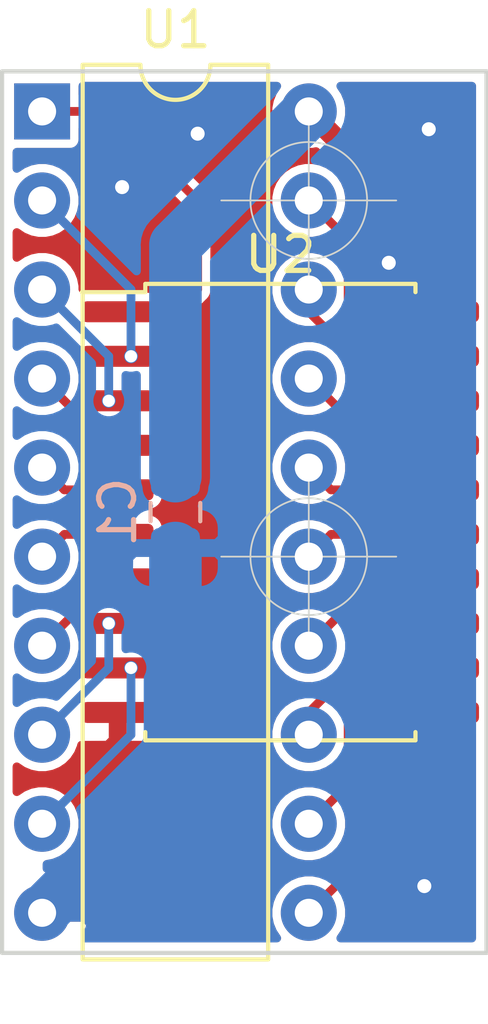
<source format=kicad_pcb>
(kicad_pcb (version 20171130) (host pcbnew "(5.1.5)-3")

  (general
    (thickness 1.6)
    (drawings 6)
    (tracks 73)
    (zones 0)
    (modules 3)
    (nets 21)
  )

  (page A4)
  (layers
    (0 F.Cu signal)
    (31 B.Cu signal)
    (32 B.Adhes user)
    (33 F.Adhes user)
    (34 B.Paste user)
    (35 F.Paste user)
    (36 B.SilkS user)
    (37 F.SilkS user)
    (38 B.Mask user)
    (39 F.Mask user)
    (40 Dwgs.User user)
    (41 Cmts.User user)
    (42 Eco1.User user)
    (43 Eco2.User user)
    (44 Edge.Cuts user)
    (45 Margin user)
    (46 B.CrtYd user)
    (47 F.CrtYd user)
    (48 B.Fab user)
    (49 F.Fab user)
  )

  (setup
    (last_trace_width 0.6)
    (user_trace_width 0.6)
    (user_trace_width 1.5)
    (trace_clearance 0.2)
    (zone_clearance 0.239)
    (zone_45_only no)
    (trace_min 0.2)
    (via_size 0.8)
    (via_drill 0.4)
    (via_min_size 0.35)
    (via_min_drill 0.3)
    (user_via 0.4 0.35)
    (uvia_size 0.3)
    (uvia_drill 0.1)
    (uvias_allowed no)
    (uvia_min_size 0.2)
    (uvia_min_drill 0.1)
    (edge_width 0.05)
    (segment_width 0.2)
    (pcb_text_width 0.3)
    (pcb_text_size 1.5 1.5)
    (mod_edge_width 0.12)
    (mod_text_size 1 1)
    (mod_text_width 0.15)
    (pad_size 1.524 1.524)
    (pad_drill 0.762)
    (pad_to_mask_clearance 0.051)
    (solder_mask_min_width 0.25)
    (aux_axis_origin 114.3 78.74)
    (visible_elements 7FFFFFFF)
    (pcbplotparams
      (layerselection 0x010f0_ffffffff)
      (usegerberextensions false)
      (usegerberattributes false)
      (usegerberadvancedattributes false)
      (creategerberjobfile false)
      (excludeedgelayer true)
      (linewidth 0.100000)
      (plotframeref false)
      (viasonmask false)
      (mode 1)
      (useauxorigin false)
      (hpglpennumber 1)
      (hpglpenspeed 20)
      (hpglpendiameter 15.000000)
      (psnegative false)
      (psa4output false)
      (plotreference true)
      (plotvalue true)
      (plotinvisibletext false)
      (padsonsilk false)
      (subtractmaskfromsilk false)
      (outputformat 1)
      (mirror false)
      (drillshape 0)
      (scaleselection 1)
      (outputdirectory "gerber/"))
  )

  (net 0 "")
  (net 1 "Net-(U1-Pad1)")
  (net 2 "Net-(U1-Pad2)")
  (net 3 "Net-(U1-Pad9)")
  (net 4 "Net-(U1-Pad3)")
  (net 5 "Net-(U1-Pad4)")
  (net 6 "Net-(U1-Pad11)")
  (net 7 "Net-(U1-Pad5)")
  (net 8 "Net-(U1-Pad12)")
  (net 9 "Net-(U1-Pad6)")
  (net 10 "Net-(U1-Pad13)")
  (net 11 "Net-(C1-Pad1)")
  (net 12 "Net-(U1-Pad14)")
  (net 13 "Net-(U1-Pad7)")
  (net 14 "Net-(U1-Pad15)")
  (net 15 GND)
  (net 16 "Net-(U1-Pad16)")
  (net 17 "Net-(U1-Pad17)")
  (net 18 "Net-(U1-Pad8)")
  (net 19 "Net-(U1-Pad18)")
  (net 20 "Net-(U1-Pad19)")

  (net_class Default "This is the default net class."
    (clearance 0.2)
    (trace_width 0.25)
    (via_dia 0.8)
    (via_drill 0.4)
    (uvia_dia 0.3)
    (uvia_drill 0.1)
    (add_net GND)
    (add_net "Net-(C1-Pad1)")
    (add_net "Net-(U1-Pad1)")
    (add_net "Net-(U1-Pad11)")
    (add_net "Net-(U1-Pad12)")
    (add_net "Net-(U1-Pad13)")
    (add_net "Net-(U1-Pad14)")
    (add_net "Net-(U1-Pad15)")
    (add_net "Net-(U1-Pad16)")
    (add_net "Net-(U1-Pad17)")
    (add_net "Net-(U1-Pad18)")
    (add_net "Net-(U1-Pad19)")
    (add_net "Net-(U1-Pad2)")
    (add_net "Net-(U1-Pad3)")
    (add_net "Net-(U1-Pad4)")
    (add_net "Net-(U1-Pad5)")
    (add_net "Net-(U1-Pad6)")
    (add_net "Net-(U1-Pad7)")
    (add_net "Net-(U1-Pad8)")
    (add_net "Net-(U1-Pad9)")
  )

  (module Capacitor_SMD:C_0805_2012Metric_Pad1.15x1.40mm_HandSolder (layer B.Cu) (tedit 5B36C52B) (tstamp 5EF1CE7A)
    (at 110.49 82.55 270)
    (descr "Capacitor SMD 0805 (2012 Metric), square (rectangular) end terminal, IPC_7351 nominal with elongated pad for handsoldering. (Body size source: https://docs.google.com/spreadsheets/d/1BsfQQcO9C6DZCsRaXUlFlo91Tg2WpOkGARC1WS5S8t0/edit?usp=sharing), generated with kicad-footprint-generator")
    (tags "capacitor handsolder")
    (path /7C524249)
    (attr smd)
    (fp_text reference C1 (at 0 1.65 270) (layer B.SilkS)
      (effects (font (size 1 1) (thickness 0.15)) (justify mirror))
    )
    (fp_text value 100n (at 0 -1.65 270) (layer B.Fab)
      (effects (font (size 1 1) (thickness 0.15)) (justify mirror))
    )
    (fp_line (start -1 -0.6) (end -1 0.6) (layer B.Fab) (width 0.1))
    (fp_line (start -1 0.6) (end 1 0.6) (layer B.Fab) (width 0.1))
    (fp_line (start 1 0.6) (end 1 -0.6) (layer B.Fab) (width 0.1))
    (fp_line (start 1 -0.6) (end -1 -0.6) (layer B.Fab) (width 0.1))
    (fp_line (start -0.261252 0.71) (end 0.261252 0.71) (layer B.SilkS) (width 0.12))
    (fp_line (start -0.261252 -0.71) (end 0.261252 -0.71) (layer B.SilkS) (width 0.12))
    (fp_line (start -1.85 -0.95) (end -1.85 0.95) (layer B.CrtYd) (width 0.05))
    (fp_line (start -1.85 0.95) (end 1.85 0.95) (layer B.CrtYd) (width 0.05))
    (fp_line (start 1.85 0.95) (end 1.85 -0.95) (layer B.CrtYd) (width 0.05))
    (fp_line (start 1.85 -0.95) (end -1.85 -0.95) (layer B.CrtYd) (width 0.05))
    (fp_text user %R (at 0 0 270) (layer B.Fab)
      (effects (font (size 0.5 0.5) (thickness 0.08)) (justify mirror))
    )
    (pad 1 smd roundrect (at -1.025 0 270) (size 1.15 1.4) (layers B.Cu B.Paste B.Mask) (roundrect_rratio 0.217391)
      (net 11 "Net-(C1-Pad1)"))
    (pad 2 smd roundrect (at 1.025 0 270) (size 1.15 1.4) (layers B.Cu B.Paste B.Mask) (roundrect_rratio 0.217391)
      (net 15 GND))
    (model ${KISYS3DMOD}/Capacitor_SMD.3dshapes/C_0805_2012Metric.wrl
      (at (xyz 0 0 0))
      (scale (xyz 1 1 1))
      (rotate (xyz 0 0 0))
    )
  )

  (module Package_DIP:DIP-20_W7.62mm (layer F.Cu) (tedit 5A02E8C5) (tstamp 5EF1CEA2)
    (at 106.68 71.12)
    (descr "20-lead though-hole mounted DIP package, row spacing 7.62 mm (300 mils)")
    (tags "THT DIP DIL PDIP 2.54mm 7.62mm 300mil")
    (path /5EF1D2C1)
    (fp_text reference U1 (at 3.81 -2.33) (layer F.SilkS)
      (effects (font (size 1 1) (thickness 0.15)))
    )
    (fp_text value 74LS373 (at 3.81 25.19) (layer F.Fab)
      (effects (font (size 1 1) (thickness 0.15)))
    )
    (fp_arc (start 3.81 -1.33) (end 2.81 -1.33) (angle -180) (layer F.SilkS) (width 0.12))
    (fp_line (start 1.635 -1.27) (end 6.985 -1.27) (layer F.Fab) (width 0.1))
    (fp_line (start 6.985 -1.27) (end 6.985 24.13) (layer F.Fab) (width 0.1))
    (fp_line (start 6.985 24.13) (end 0.635 24.13) (layer F.Fab) (width 0.1))
    (fp_line (start 0.635 24.13) (end 0.635 -0.27) (layer F.Fab) (width 0.1))
    (fp_line (start 0.635 -0.27) (end 1.635 -1.27) (layer F.Fab) (width 0.1))
    (fp_line (start 2.81 -1.33) (end 1.16 -1.33) (layer F.SilkS) (width 0.12))
    (fp_line (start 1.16 -1.33) (end 1.16 24.19) (layer F.SilkS) (width 0.12))
    (fp_line (start 1.16 24.19) (end 6.46 24.19) (layer F.SilkS) (width 0.12))
    (fp_line (start 6.46 24.19) (end 6.46 -1.33) (layer F.SilkS) (width 0.12))
    (fp_line (start 6.46 -1.33) (end 4.81 -1.33) (layer F.SilkS) (width 0.12))
    (fp_line (start -1.1 -1.55) (end -1.1 24.4) (layer F.CrtYd) (width 0.05))
    (fp_line (start -1.1 24.4) (end 8.7 24.4) (layer F.CrtYd) (width 0.05))
    (fp_line (start 8.7 24.4) (end 8.7 -1.55) (layer F.CrtYd) (width 0.05))
    (fp_line (start 8.7 -1.55) (end -1.1 -1.55) (layer F.CrtYd) (width 0.05))
    (fp_text user %R (at 3.81 11.43) (layer F.Fab)
      (effects (font (size 1 1) (thickness 0.15)))
    )
    (pad 1 thru_hole rect (at 0 0) (size 1.6 1.6) (drill 0.8) (layers *.Cu *.Mask)
      (net 1 "Net-(U1-Pad1)"))
    (pad 11 thru_hole oval (at 7.62 22.86) (size 1.6 1.6) (drill 0.8) (layers *.Cu *.Mask)
      (net 6 "Net-(U1-Pad11)"))
    (pad 2 thru_hole oval (at 0 2.54) (size 1.6 1.6) (drill 0.8) (layers *.Cu *.Mask)
      (net 2 "Net-(U1-Pad2)"))
    (pad 12 thru_hole oval (at 7.62 20.32) (size 1.6 1.6) (drill 0.8) (layers *.Cu *.Mask)
      (net 8 "Net-(U1-Pad12)"))
    (pad 3 thru_hole oval (at 0 5.08) (size 1.6 1.6) (drill 0.8) (layers *.Cu *.Mask)
      (net 4 "Net-(U1-Pad3)"))
    (pad 13 thru_hole oval (at 7.62 17.78) (size 1.6 1.6) (drill 0.8) (layers *.Cu *.Mask)
      (net 10 "Net-(U1-Pad13)"))
    (pad 4 thru_hole oval (at 0 7.62) (size 1.6 1.6) (drill 0.8) (layers *.Cu *.Mask)
      (net 5 "Net-(U1-Pad4)"))
    (pad 14 thru_hole oval (at 7.62 15.24) (size 1.6 1.6) (drill 0.8) (layers *.Cu *.Mask)
      (net 12 "Net-(U1-Pad14)"))
    (pad 5 thru_hole oval (at 0 10.16) (size 1.6 1.6) (drill 0.8) (layers *.Cu *.Mask)
      (net 7 "Net-(U1-Pad5)"))
    (pad 15 thru_hole oval (at 7.62 12.7) (size 1.6 1.6) (drill 0.8) (layers *.Cu *.Mask)
      (net 14 "Net-(U1-Pad15)"))
    (pad 6 thru_hole oval (at 0 12.7) (size 1.6 1.6) (drill 0.8) (layers *.Cu *.Mask)
      (net 9 "Net-(U1-Pad6)"))
    (pad 16 thru_hole oval (at 7.62 10.16) (size 1.6 1.6) (drill 0.8) (layers *.Cu *.Mask)
      (net 16 "Net-(U1-Pad16)"))
    (pad 7 thru_hole oval (at 0 15.24) (size 1.6 1.6) (drill 0.8) (layers *.Cu *.Mask)
      (net 13 "Net-(U1-Pad7)"))
    (pad 17 thru_hole oval (at 7.62 7.62) (size 1.6 1.6) (drill 0.8) (layers *.Cu *.Mask)
      (net 17 "Net-(U1-Pad17)"))
    (pad 8 thru_hole oval (at 0 17.78) (size 1.6 1.6) (drill 0.8) (layers *.Cu *.Mask)
      (net 18 "Net-(U1-Pad8)"))
    (pad 18 thru_hole oval (at 7.62 5.08) (size 1.6 1.6) (drill 0.8) (layers *.Cu *.Mask)
      (net 19 "Net-(U1-Pad18)"))
    (pad 9 thru_hole oval (at 0 20.32) (size 1.6 1.6) (drill 0.8) (layers *.Cu *.Mask)
      (net 3 "Net-(U1-Pad9)"))
    (pad 19 thru_hole oval (at 7.62 2.54) (size 1.6 1.6) (drill 0.8) (layers *.Cu *.Mask)
      (net 20 "Net-(U1-Pad19)"))
    (pad 10 thru_hole oval (at 0 22.86) (size 1.6 1.6) (drill 0.8) (layers *.Cu *.Mask)
      (net 15 GND))
    (pad 20 thru_hole oval (at 7.62 0) (size 1.6 1.6) (drill 0.8) (layers *.Cu *.Mask)
      (net 11 "Net-(C1-Pad1)"))
    (model ${KISYS3DMOD}/Package_DIP.3dshapes/DIP-20_W7.62mm.wrl
      (at (xyz 0 0 0))
      (scale (xyz 1 1 1))
      (rotate (xyz 0 0 0))
    )
  )

  (module Package_SO:SOIC-20W_7.5x12.8mm_P1.27mm (layer F.Cu) (tedit 5D9F72B1) (tstamp 5EF1CECD)
    (at 113.489 82.55)
    (descr "SOIC, 20 Pin (JEDEC MS-013AC, https://www.analog.com/media/en/package-pcb-resources/package/233848rw_20.pdf), generated with kicad-footprint-generator ipc_gullwing_generator.py")
    (tags "SOIC SO")
    (path /5EF209F8)
    (attr smd)
    (fp_text reference U2 (at 0 -7.35) (layer F.SilkS)
      (effects (font (size 1 1) (thickness 0.15)))
    )
    (fp_text value 74LS373 (at 0 7.35) (layer F.Fab)
      (effects (font (size 1 1) (thickness 0.15)))
    )
    (fp_line (start 0 6.51) (end 3.86 6.51) (layer F.SilkS) (width 0.12))
    (fp_line (start 3.86 6.51) (end 3.86 6.275) (layer F.SilkS) (width 0.12))
    (fp_line (start 0 6.51) (end -3.86 6.51) (layer F.SilkS) (width 0.12))
    (fp_line (start -3.86 6.51) (end -3.86 6.275) (layer F.SilkS) (width 0.12))
    (fp_line (start 0 -6.51) (end 3.86 -6.51) (layer F.SilkS) (width 0.12))
    (fp_line (start 3.86 -6.51) (end 3.86 -6.275) (layer F.SilkS) (width 0.12))
    (fp_line (start 0 -6.51) (end -3.86 -6.51) (layer F.SilkS) (width 0.12))
    (fp_line (start -3.86 -6.51) (end -3.86 -6.275) (layer F.SilkS) (width 0.12))
    (fp_line (start -3.86 -6.275) (end -5.675 -6.275) (layer F.SilkS) (width 0.12))
    (fp_line (start -2.75 -6.4) (end 3.75 -6.4) (layer F.Fab) (width 0.1))
    (fp_line (start 3.75 -6.4) (end 3.75 6.4) (layer F.Fab) (width 0.1))
    (fp_line (start 3.75 6.4) (end -3.75 6.4) (layer F.Fab) (width 0.1))
    (fp_line (start -3.75 6.4) (end -3.75 -5.4) (layer F.Fab) (width 0.1))
    (fp_line (start -3.75 -5.4) (end -2.75 -6.4) (layer F.Fab) (width 0.1))
    (fp_line (start -5.93 -6.65) (end -5.93 6.65) (layer F.CrtYd) (width 0.05))
    (fp_line (start -5.93 6.65) (end 5.93 6.65) (layer F.CrtYd) (width 0.05))
    (fp_line (start 5.93 6.65) (end 5.93 -6.65) (layer F.CrtYd) (width 0.05))
    (fp_line (start 5.93 -6.65) (end -5.93 -6.65) (layer F.CrtYd) (width 0.05))
    (fp_text user %R (at 0 0) (layer F.Fab)
      (effects (font (size 1 1) (thickness 0.15)))
    )
    (pad 1 smd roundrect (at -4.65 -5.715) (size 2.05 0.6) (layers F.Cu F.Paste F.Mask) (roundrect_rratio 0.25)
      (net 1 "Net-(U1-Pad1)"))
    (pad 2 smd roundrect (at -4.65 -4.445) (size 2.05 0.6) (layers F.Cu F.Paste F.Mask) (roundrect_rratio 0.25)
      (net 2 "Net-(U1-Pad2)"))
    (pad 3 smd roundrect (at -4.65 -3.175) (size 2.05 0.6) (layers F.Cu F.Paste F.Mask) (roundrect_rratio 0.25)
      (net 4 "Net-(U1-Pad3)"))
    (pad 4 smd roundrect (at -4.65 -1.905) (size 2.05 0.6) (layers F.Cu F.Paste F.Mask) (roundrect_rratio 0.25)
      (net 5 "Net-(U1-Pad4)"))
    (pad 5 smd roundrect (at -4.65 -0.635) (size 2.05 0.6) (layers F.Cu F.Paste F.Mask) (roundrect_rratio 0.25)
      (net 7 "Net-(U1-Pad5)"))
    (pad 6 smd roundrect (at -4.65 0.635) (size 2.05 0.6) (layers F.Cu F.Paste F.Mask) (roundrect_rratio 0.25)
      (net 9 "Net-(U1-Pad6)"))
    (pad 7 smd roundrect (at -4.65 1.905) (size 2.05 0.6) (layers F.Cu F.Paste F.Mask) (roundrect_rratio 0.25)
      (net 13 "Net-(U1-Pad7)"))
    (pad 8 smd roundrect (at -4.65 3.175) (size 2.05 0.6) (layers F.Cu F.Paste F.Mask) (roundrect_rratio 0.25)
      (net 18 "Net-(U1-Pad8)"))
    (pad 9 smd roundrect (at -4.65 4.445) (size 2.05 0.6) (layers F.Cu F.Paste F.Mask) (roundrect_rratio 0.25)
      (net 3 "Net-(U1-Pad9)"))
    (pad 10 smd roundrect (at -4.65 5.715) (size 2.05 0.6) (layers F.Cu F.Paste F.Mask) (roundrect_rratio 0.25)
      (net 15 GND))
    (pad 11 smd roundrect (at 4.65 5.715) (size 2.05 0.6) (layers F.Cu F.Paste F.Mask) (roundrect_rratio 0.25)
      (net 6 "Net-(U1-Pad11)"))
    (pad 12 smd roundrect (at 4.65 4.445) (size 2.05 0.6) (layers F.Cu F.Paste F.Mask) (roundrect_rratio 0.25)
      (net 8 "Net-(U1-Pad12)"))
    (pad 13 smd roundrect (at 4.65 3.175) (size 2.05 0.6) (layers F.Cu F.Paste F.Mask) (roundrect_rratio 0.25)
      (net 10 "Net-(U1-Pad13)"))
    (pad 14 smd roundrect (at 4.65 1.905) (size 2.05 0.6) (layers F.Cu F.Paste F.Mask) (roundrect_rratio 0.25)
      (net 12 "Net-(U1-Pad14)"))
    (pad 15 smd roundrect (at 4.65 0.635) (size 2.05 0.6) (layers F.Cu F.Paste F.Mask) (roundrect_rratio 0.25)
      (net 14 "Net-(U1-Pad15)"))
    (pad 16 smd roundrect (at 4.65 -0.635) (size 2.05 0.6) (layers F.Cu F.Paste F.Mask) (roundrect_rratio 0.25)
      (net 16 "Net-(U1-Pad16)"))
    (pad 17 smd roundrect (at 4.65 -1.905) (size 2.05 0.6) (layers F.Cu F.Paste F.Mask) (roundrect_rratio 0.25)
      (net 17 "Net-(U1-Pad17)"))
    (pad 18 smd roundrect (at 4.65 -3.175) (size 2.05 0.6) (layers F.Cu F.Paste F.Mask) (roundrect_rratio 0.25)
      (net 19 "Net-(U1-Pad18)"))
    (pad 19 smd roundrect (at 4.65 -4.445) (size 2.05 0.6) (layers F.Cu F.Paste F.Mask) (roundrect_rratio 0.25)
      (net 20 "Net-(U1-Pad19)"))
    (pad 20 smd roundrect (at 4.65 -5.715) (size 2.05 0.6) (layers F.Cu F.Paste F.Mask) (roundrect_rratio 0.25)
      (net 11 "Net-(C1-Pad1)"))
    (model ${KISYS3DMOD}/Package_SO.3dshapes/SOIC-20W_7.5x12.8mm_P1.27mm.wrl
      (at (xyz 0 0 0))
      (scale (xyz 1 1 1))
      (rotate (xyz 0 0 0))
    )
  )

  (target plus (at 114.3 83.82) (size 5) (width 0.05) (layer Edge.Cuts) (tstamp 5EDEE61A))
  (target plus (at 114.3 73.66) (size 5) (width 0.05) (layer Edge.Cuts))
  (gr_line (start 119.38 95.123) (end 119.38 69.977) (layer Edge.Cuts) (width 0.12) (tstamp 5EDD24B3))
  (gr_line (start 105.537 95.123) (end 119.38 95.123) (layer Edge.Cuts) (width 0.12))
  (gr_line (start 105.537 69.977) (end 105.537 95.123) (layer Edge.Cuts) (width 0.12))
  (gr_line (start 119.38 69.977) (end 105.537 69.977) (layer Edge.Cuts) (width 0.12))

  (via (at 109.22 78.105) (size 0.4) (drill 0.35) (layers F.Cu B.Cu) (net 2))
  (via (at 108.585 79.375) (size 0.4) (drill 0.35) (layers F.Cu B.Cu) (net 4))
  (via (at 109.22 86.995) (size 0.4) (drill 0.35) (layers F.Cu B.Cu) (net 3))
  (via (at 108.585 85.725) (size 0.4) (drill 0.35) (layers F.Cu B.Cu) (net 18))
  (segment (start 108.585 71.12) (end 106.68 71.12) (width 0.25) (layer F.Cu) (net 1))
  (segment (start 111.125 73.66) (end 108.585 71.12) (width 0.25) (layer F.Cu) (net 1))
  (segment (start 111.125 76.2) (end 111.125 73.66) (width 0.25) (layer F.Cu) (net 1))
  (segment (start 108.839 76.835) (end 110.49 76.835) (width 0.25) (layer F.Cu) (net 1))
  (segment (start 110.49 76.835) (end 111.125 76.2) (width 0.25) (layer F.Cu) (net 1))
  (segment (start 109.22 76.2) (end 106.68 73.66) (width 0.25) (layer B.Cu) (net 2))
  (segment (start 109.22 78.105) (end 109.22 76.2) (width 0.25) (layer B.Cu) (net 2))
  (segment (start 109.22 88.9) (end 106.68 91.44) (width 0.25) (layer B.Cu) (net 3))
  (segment (start 109.22 86.995) (end 109.22 88.9) (width 0.25) (layer B.Cu) (net 3))
  (segment (start 108.585 78.105) (end 106.68 76.2) (width 0.25) (layer B.Cu) (net 4))
  (segment (start 108.585 79.375) (end 108.585 78.105) (width 0.25) (layer B.Cu) (net 4))
  (segment (start 107.479999 79.539999) (end 106.68 78.74) (width 0.25) (layer F.Cu) (net 5))
  (segment (start 107.814 80.645) (end 107.479999 80.310999) (width 0.25) (layer F.Cu) (net 5))
  (segment (start 107.479999 80.310999) (end 107.479999 79.539999) (width 0.25) (layer F.Cu) (net 5))
  (segment (start 108.839 80.645) (end 107.814 80.645) (width 0.25) (layer F.Cu) (net 5))
  (segment (start 118.139 90.141) (end 114.3 93.98) (width 0.25) (layer F.Cu) (net 6))
  (segment (start 118.139 88.265) (end 118.139 90.141) (width 0.25) (layer F.Cu) (net 6))
  (segment (start 107.315 81.915) (end 106.68 81.28) (width 0.25) (layer F.Cu) (net 7))
  (segment (start 108.839 81.915) (end 107.315 81.915) (width 0.25) (layer F.Cu) (net 7))
  (segment (start 118.139 86.995) (end 116.84 86.995) (width 0.25) (layer F.Cu) (net 8))
  (segment (start 115.099999 90.640001) (end 114.3 91.44) (width 0.25) (layer F.Cu) (net 8))
  (segment (start 115.425001 90.314999) (end 115.099999 90.640001) (width 0.25) (layer F.Cu) (net 8))
  (segment (start 115.425001 88.409999) (end 115.425001 90.314999) (width 0.25) (layer F.Cu) (net 8))
  (segment (start 116.84 86.995) (end 115.425001 88.409999) (width 0.25) (layer F.Cu) (net 8))
  (segment (start 107.315 83.185) (end 106.68 83.82) (width 0.25) (layer F.Cu) (net 9))
  (segment (start 108.839 83.185) (end 107.315 83.185) (width 0.25) (layer F.Cu) (net 9))
  (segment (start 114.3 88.265) (end 114.3 88.9) (width 0.25) (layer F.Cu) (net 10))
  (segment (start 115.57 86.36) (end 115.57 86.995) (width 0.25) (layer F.Cu) (net 10))
  (segment (start 118.139 85.725) (end 116.205 85.725) (width 0.25) (layer F.Cu) (net 10))
  (segment (start 115.57 86.995) (end 114.3 88.265) (width 0.25) (layer F.Cu) (net 10))
  (segment (start 116.205 85.725) (end 115.57 86.36) (width 0.25) (layer F.Cu) (net 10))
  (segment (start 110.49 74.93) (end 114.3 71.12) (width 1.5) (layer B.Cu) (net 11))
  (segment (start 110.49 81.525) (end 110.49 74.93) (width 1.5) (layer B.Cu) (net 11))
  (segment (start 118.139 74.959) (end 114.3 71.12) (width 0.6) (layer F.Cu) (net 11))
  (segment (start 118.139 74.959) (end 118.139 76.835) (width 0.6) (layer F.Cu) (net 11))
  (segment (start 116.205 84.455) (end 114.3 86.36) (width 0.25) (layer F.Cu) (net 12))
  (segment (start 118.139 84.455) (end 116.205 84.455) (width 0.25) (layer F.Cu) (net 12))
  (segment (start 107.479999 85.560001) (end 106.68 86.36) (width 0.25) (layer F.Cu) (net 13))
  (segment (start 107.479999 84.789001) (end 107.479999 85.560001) (width 0.25) (layer F.Cu) (net 13))
  (segment (start 107.814 84.455) (end 107.479999 84.789001) (width 0.25) (layer F.Cu) (net 13))
  (segment (start 108.839 84.455) (end 107.814 84.455) (width 0.25) (layer F.Cu) (net 13))
  (segment (start 114.935 83.185) (end 114.3 83.82) (width 0.25) (layer F.Cu) (net 14))
  (segment (start 118.139 83.185) (end 114.935 83.185) (width 0.25) (layer F.Cu) (net 14))
  (segment (start 111.125 92.71) (end 109.855 93.98) (width 0.25) (layer F.Cu) (net 15))
  (segment (start 111.125 88.9) (end 111.125 92.71) (width 0.25) (layer F.Cu) (net 15))
  (segment (start 109.855 93.98) (end 106.68 93.98) (width 0.25) (layer F.Cu) (net 15))
  (segment (start 108.839 88.265) (end 110.49 88.265) (width 0.25) (layer F.Cu) (net 15))
  (segment (start 110.49 88.265) (end 111.125 88.9) (width 0.25) (layer F.Cu) (net 15))
  (segment (start 110.49 90.17) (end 110.49 83.575) (width 1.5) (layer B.Cu) (net 15))
  (segment (start 106.68 93.98) (end 110.49 90.17) (width 1.5) (layer B.Cu) (net 15))
  (via (at 111.125 71.755) (size 0.8) (drill 0.4) (layers F.Cu B.Cu) (net 15))
  (via (at 117.729 71.628) (size 0.8) (drill 0.4) (layers F.Cu B.Cu) (net 15))
  (via (at 116.586 75.438) (size 0.8) (drill 0.4) (layers F.Cu B.Cu) (net 15))
  (via (at 117.602 93.218) (size 0.8) (drill 0.4) (layers F.Cu B.Cu) (net 15))
  (via (at 108.966 73.279) (size 0.8) (drill 0.4) (layers F.Cu B.Cu) (net 15))
  (segment (start 114.935 81.915) (end 114.3 81.28) (width 0.25) (layer F.Cu) (net 16))
  (segment (start 118.139 81.915) (end 114.935 81.915) (width 0.25) (layer F.Cu) (net 16))
  (segment (start 116.205 80.645) (end 114.3 78.74) (width 0.25) (layer F.Cu) (net 17))
  (segment (start 118.139 80.645) (end 116.205 80.645) (width 0.25) (layer F.Cu) (net 17))
  (segment (start 108.585 86.995) (end 106.68 88.9) (width 0.25) (layer B.Cu) (net 18))
  (segment (start 108.585 85.725) (end 108.585 86.995) (width 0.25) (layer B.Cu) (net 18))
  (segment (start 114.3 76.835) (end 114.3 76.2) (width 0.25) (layer F.Cu) (net 19))
  (segment (start 118.139 79.375) (end 116.84 79.375) (width 0.25) (layer F.Cu) (net 19))
  (segment (start 116.84 79.375) (end 114.3 76.835) (width 0.25) (layer F.Cu) (net 19))
  (segment (start 118.139 78.105) (end 116.84 78.105) (width 0.25) (layer F.Cu) (net 20))
  (segment (start 115.099999 74.459999) (end 114.3 73.66) (width 0.25) (layer F.Cu) (net 20))
  (segment (start 115.425001 74.785001) (end 115.099999 74.459999) (width 0.25) (layer F.Cu) (net 20))
  (segment (start 115.425001 76.690001) (end 115.425001 74.785001) (width 0.25) (layer F.Cu) (net 20))
  (segment (start 116.84 78.105) (end 115.425001 76.690001) (width 0.25) (layer F.Cu) (net 20))

  (zone (net 15) (net_name GND) (layer F.Cu) (tstamp 0) (hatch edge 0.508)
    (connect_pads (clearance 0.239))
    (min_thickness 0.239)
    (fill yes (arc_segments 32) (thermal_gap 0.508) (thermal_bridge_width 0.508))
    (polygon
      (pts
        (xy 119.38 95.123) (xy 105.537 95.123) (xy 105.537 69.977) (xy 119.38 69.977)
      )
    )
    (filled_polygon
      (pts
        (xy 118.9615 94.7045) (xy 115.20922 94.7045) (xy 115.326649 94.528755) (xy 115.413979 94.317922) (xy 115.4585 94.094102)
        (xy 115.4585 93.865898) (xy 115.413979 93.642078) (xy 115.386949 93.576823) (xy 118.464093 90.499679) (xy 118.48254 90.48454)
        (xy 118.507539 90.454079) (xy 118.54296 90.410919) (xy 118.587857 90.326923) (xy 118.597097 90.296462) (xy 118.615504 90.235782)
        (xy 118.6225 90.164749) (xy 118.6225 90.164746) (xy 118.624839 90.141) (xy 118.6225 90.117254) (xy 118.6225 88.925234)
        (xy 118.9615 88.925234)
      )
    )
    (filled_polygon
      (pts
        (xy 113.273351 70.571245) (xy 113.186021 70.782078) (xy 113.1415 71.005898) (xy 113.1415 71.234102) (xy 113.186021 71.457922)
        (xy 113.273351 71.668755) (xy 113.400135 71.8585) (xy 113.5615 72.019865) (xy 113.751245 72.146649) (xy 113.962078 72.233979)
        (xy 114.185898 72.2785) (xy 114.414102 72.2785) (xy 114.50847 72.259729) (xy 114.949222 72.700481) (xy 114.848755 72.633351)
        (xy 114.637922 72.546021) (xy 114.414102 72.5015) (xy 114.185898 72.5015) (xy 113.962078 72.546021) (xy 113.751245 72.633351)
        (xy 113.5615 72.760135) (xy 113.400135 72.9215) (xy 113.273351 73.111245) (xy 113.186021 73.322078) (xy 113.1415 73.545898)
        (xy 113.1415 73.774102) (xy 113.186021 73.997922) (xy 113.273351 74.208755) (xy 113.400135 74.3985) (xy 113.5615 74.559865)
        (xy 113.751245 74.686649) (xy 113.962078 74.773979) (xy 114.185898 74.8185) (xy 114.414102 74.8185) (xy 114.637922 74.773979)
        (xy 114.703177 74.746949) (xy 114.941502 74.985274) (xy 114.941502 75.235323) (xy 114.848755 75.173351) (xy 114.637922 75.086021)
        (xy 114.414102 75.0415) (xy 114.185898 75.0415) (xy 113.962078 75.086021) (xy 113.751245 75.173351) (xy 113.5615 75.300135)
        (xy 113.400135 75.4615) (xy 113.273351 75.651245) (xy 113.186021 75.862078) (xy 113.1415 76.085898) (xy 113.1415 76.314102)
        (xy 113.186021 76.537922) (xy 113.273351 76.748755) (xy 113.400135 76.9385) (xy 113.5615 77.099865) (xy 113.751245 77.226649)
        (xy 113.962078 77.313979) (xy 114.128264 77.347036) (xy 114.362728 77.5815) (xy 114.185898 77.5815) (xy 113.962078 77.626021)
        (xy 113.751245 77.713351) (xy 113.5615 77.840135) (xy 113.400135 78.0015) (xy 113.273351 78.191245) (xy 113.186021 78.402078)
        (xy 113.1415 78.625898) (xy 113.1415 78.854102) (xy 113.186021 79.077922) (xy 113.273351 79.288755) (xy 113.400135 79.4785)
        (xy 113.5615 79.639865) (xy 113.751245 79.766649) (xy 113.962078 79.853979) (xy 114.185898 79.8985) (xy 114.414102 79.8985)
        (xy 114.637922 79.853979) (xy 114.703177 79.826949) (xy 115.846321 80.970093) (xy 115.86146 80.98854) (xy 115.879907 81.003679)
        (xy 115.935081 81.04896) (xy 115.990292 81.078471) (xy 116.019077 81.093857) (xy 116.110218 81.121504) (xy 116.181251 81.1285)
        (xy 116.181254 81.1285) (xy 116.205 81.130839) (xy 116.228746 81.1285) (xy 116.880814 81.1285) (xy 116.90321 81.15579)
        (xy 116.980529 81.219244) (xy 117.068742 81.266395) (xy 117.113592 81.28) (xy 117.068742 81.293605) (xy 116.980529 81.340756)
        (xy 116.90321 81.40421) (xy 116.880814 81.4315) (xy 115.451061 81.4315) (xy 115.4585 81.394102) (xy 115.4585 81.165898)
        (xy 115.413979 80.942078) (xy 115.326649 80.731245) (xy 115.199865 80.5415) (xy 115.0385 80.380135) (xy 114.848755 80.253351)
        (xy 114.637922 80.166021) (xy 114.414102 80.1215) (xy 114.185898 80.1215) (xy 113.962078 80.166021) (xy 113.751245 80.253351)
        (xy 113.5615 80.380135) (xy 113.400135 80.5415) (xy 113.273351 80.731245) (xy 113.186021 80.942078) (xy 113.1415 81.165898)
        (xy 113.1415 81.394102) (xy 113.186021 81.617922) (xy 113.273351 81.828755) (xy 113.400135 82.0185) (xy 113.5615 82.179865)
        (xy 113.751245 82.306649) (xy 113.962078 82.393979) (xy 114.185898 82.4385) (xy 114.414102 82.4385) (xy 114.637922 82.393979)
        (xy 114.732297 82.354888) (xy 114.749077 82.363857) (xy 114.840218 82.391504) (xy 114.911251 82.3985) (xy 114.911254 82.3985)
        (xy 114.935 82.400839) (xy 114.958746 82.3985) (xy 116.880814 82.3985) (xy 116.90321 82.42579) (xy 116.980529 82.489244)
        (xy 117.068742 82.536395) (xy 117.113592 82.55) (xy 117.068742 82.563605) (xy 116.980529 82.610756) (xy 116.90321 82.67421)
        (xy 116.880814 82.7015) (xy 114.958746 82.7015) (xy 114.935 82.699161) (xy 114.911254 82.7015) (xy 114.911251 82.7015)
        (xy 114.840218 82.708496) (xy 114.749077 82.736143) (xy 114.732297 82.745112) (xy 114.637922 82.706021) (xy 114.414102 82.6615)
        (xy 114.185898 82.6615) (xy 113.962078 82.706021) (xy 113.751245 82.793351) (xy 113.5615 82.920135) (xy 113.400135 83.0815)
        (xy 113.273351 83.271245) (xy 113.186021 83.482078) (xy 113.1415 83.705898) (xy 113.1415 83.934102) (xy 113.186021 84.157922)
        (xy 113.273351 84.368755) (xy 113.400135 84.5585) (xy 113.5615 84.719865) (xy 113.751245 84.846649) (xy 113.962078 84.933979)
        (xy 114.185898 84.9785) (xy 114.414102 84.9785) (xy 114.637922 84.933979) (xy 114.848755 84.846649) (xy 115.0385 84.719865)
        (xy 115.199865 84.5585) (xy 115.326649 84.368755) (xy 115.413979 84.157922) (xy 115.4585 83.934102) (xy 115.4585 83.705898)
        (xy 115.451061 83.6685) (xy 116.880814 83.6685) (xy 116.90321 83.69579) (xy 116.980529 83.759244) (xy 117.068742 83.806395)
        (xy 117.113592 83.82) (xy 117.068742 83.833605) (xy 116.980529 83.880756) (xy 116.90321 83.94421) (xy 116.880814 83.9715)
        (xy 116.228746 83.9715) (xy 116.205 83.969161) (xy 116.181254 83.9715) (xy 116.181251 83.9715) (xy 116.110218 83.978496)
        (xy 116.019806 84.005922) (xy 116.019077 84.006143) (xy 115.935081 84.05104) (xy 115.887709 84.089918) (xy 115.86146 84.11146)
        (xy 115.846321 84.129907) (xy 114.703177 85.273051) (xy 114.637922 85.246021) (xy 114.414102 85.2015) (xy 114.185898 85.2015)
        (xy 113.962078 85.246021) (xy 113.751245 85.333351) (xy 113.5615 85.460135) (xy 113.400135 85.6215) (xy 113.273351 85.811245)
        (xy 113.186021 86.022078) (xy 113.1415 86.245898) (xy 113.1415 86.474102) (xy 113.186021 86.697922) (xy 113.273351 86.908755)
        (xy 113.400135 87.0985) (xy 113.5615 87.259865) (xy 113.751245 87.386649) (xy 113.962078 87.473979) (xy 114.185898 87.5185)
        (xy 114.362728 87.5185) (xy 114.128264 87.752964) (xy 113.962078 87.786021) (xy 113.751245 87.873351) (xy 113.5615 88.000135)
        (xy 113.400135 88.1615) (xy 113.273351 88.351245) (xy 113.186021 88.562078) (xy 113.1415 88.785898) (xy 113.1415 89.014102)
        (xy 113.186021 89.237922) (xy 113.273351 89.448755) (xy 113.400135 89.6385) (xy 113.5615 89.799865) (xy 113.751245 89.926649)
        (xy 113.962078 90.013979) (xy 114.185898 90.0585) (xy 114.414102 90.0585) (xy 114.637922 90.013979) (xy 114.848755 89.926649)
        (xy 114.941502 89.864677) (xy 114.941502 90.114726) (xy 114.703177 90.353051) (xy 114.637922 90.326021) (xy 114.414102 90.2815)
        (xy 114.185898 90.2815) (xy 113.962078 90.326021) (xy 113.751245 90.413351) (xy 113.5615 90.540135) (xy 113.400135 90.7015)
        (xy 113.273351 90.891245) (xy 113.186021 91.102078) (xy 113.1415 91.325898) (xy 113.1415 91.554102) (xy 113.186021 91.777922)
        (xy 113.273351 91.988755) (xy 113.400135 92.1785) (xy 113.5615 92.339865) (xy 113.751245 92.466649) (xy 113.962078 92.553979)
        (xy 114.185898 92.5985) (xy 114.414102 92.5985) (xy 114.637922 92.553979) (xy 114.848755 92.466649) (xy 115.0385 92.339865)
        (xy 115.199865 92.1785) (xy 115.326649 91.988755) (xy 115.413979 91.777922) (xy 115.4585 91.554102) (xy 115.4585 91.325898)
        (xy 115.413979 91.102078) (xy 115.386949 91.036823) (xy 115.750094 90.673678) (xy 115.768541 90.658539) (xy 115.802218 90.617504)
        (xy 115.828961 90.584918) (xy 115.873858 90.500922) (xy 115.884423 90.466093) (xy 115.901505 90.409781) (xy 115.908501 90.338748)
        (xy 115.908501 90.338739) (xy 115.910839 90.315) (xy 115.908501 90.291261) (xy 115.908501 88.610271) (xy 116.963502 87.55527)
        (xy 116.980529 87.569244) (xy 117.068742 87.616395) (xy 117.113592 87.63) (xy 117.068742 87.643605) (xy 116.980529 87.690756)
        (xy 116.90321 87.75421) (xy 116.839756 87.831529) (xy 116.792605 87.919742) (xy 116.76357 88.015458) (xy 116.753766 88.115)
        (xy 116.753766 88.415) (xy 116.76357 88.514542) (xy 116.792605 88.610258) (xy 116.839756 88.698471) (xy 116.90321 88.77579)
        (xy 116.980529 88.839244) (xy 117.068742 88.886395) (xy 117.164458 88.91543) (xy 117.264 88.925234) (xy 117.6555 88.925234)
        (xy 117.655501 89.940727) (xy 114.703177 92.893051) (xy 114.637922 92.866021) (xy 114.414102 92.8215) (xy 114.185898 92.8215)
        (xy 113.962078 92.866021) (xy 113.751245 92.953351) (xy 113.5615 93.080135) (xy 113.400135 93.2415) (xy 113.273351 93.431245)
        (xy 113.186021 93.642078) (xy 113.1415 93.865898) (xy 113.1415 94.094102) (xy 113.186021 94.317922) (xy 113.273351 94.528755)
        (xy 113.39078 94.7045) (xy 107.909738 94.7045) (xy 108.026922 94.452836) (xy 108.062613 94.335161) (xy 107.943486 94.1145)
        (xy 106.8145 94.1145) (xy 106.8145 94.1345) (xy 106.5455 94.1345) (xy 106.5455 94.1145) (xy 106.5255 94.1145)
        (xy 106.5255 93.8455) (xy 106.5455 93.8455) (xy 106.5455 93.8255) (xy 106.8145 93.8255) (xy 106.8145 93.8455)
        (xy 107.943486 93.8455) (xy 108.062613 93.624839) (xy 108.026922 93.507164) (xy 107.908796 93.253478) (xy 107.743448 93.027712)
        (xy 107.537232 92.838542) (xy 107.298073 92.693237) (xy 107.035162 92.597382) (xy 106.814502 92.715719) (xy 106.814502 92.594442)
        (xy 107.017922 92.553979) (xy 107.228755 92.466649) (xy 107.4185 92.339865) (xy 107.579865 92.1785) (xy 107.706649 91.988755)
        (xy 107.793979 91.777922) (xy 107.8385 91.554102) (xy 107.8385 91.325898) (xy 107.793979 91.102078) (xy 107.706649 90.891245)
        (xy 107.579865 90.7015) (xy 107.4185 90.540135) (xy 107.228755 90.413351) (xy 107.017922 90.326021) (xy 106.794102 90.2815)
        (xy 106.565898 90.2815) (xy 106.342078 90.326021) (xy 106.131245 90.413351) (xy 105.9555 90.53078) (xy 105.9555 89.80922)
        (xy 106.131245 89.926649) (xy 106.342078 90.013979) (xy 106.565898 90.0585) (xy 106.794102 90.0585) (xy 107.017922 90.013979)
        (xy 107.228755 89.926649) (xy 107.4185 89.799865) (xy 107.579865 89.6385) (xy 107.706649 89.448755) (xy 107.793979 89.237922)
        (xy 107.802633 89.194416) (xy 107.814 89.195536) (xy 108.547625 89.1925) (xy 108.7045 89.035625) (xy 108.7045 88.3995)
        (xy 108.9735 88.3995) (xy 108.9735 89.035625) (xy 109.130375 89.1925) (xy 109.864 89.195536) (xy 109.987011 89.18342)
        (xy 110.105296 89.147539) (xy 110.214307 89.089272) (xy 110.309856 89.010856) (xy 110.388272 88.915307) (xy 110.446539 88.806296)
        (xy 110.48242 88.688011) (xy 110.494536 88.565) (xy 110.4915 88.556375) (xy 110.334625 88.3995) (xy 108.9735 88.3995)
        (xy 108.7045 88.3995) (xy 108.6845 88.3995) (xy 108.6845 88.1305) (xy 108.7045 88.1305) (xy 108.7045 88.1105)
        (xy 108.9735 88.1105) (xy 108.9735 88.1305) (xy 110.334625 88.1305) (xy 110.4915 87.973625) (xy 110.494536 87.965)
        (xy 110.48242 87.841989) (xy 110.446539 87.723704) (xy 110.388272 87.614693) (xy 110.309856 87.519144) (xy 110.214307 87.440728)
        (xy 110.150051 87.406383) (xy 110.185395 87.340258) (xy 110.21443 87.244542) (xy 110.224234 87.145) (xy 110.224234 86.845)
        (xy 110.21443 86.745458) (xy 110.185395 86.649742) (xy 110.138244 86.561529) (xy 110.07479 86.48421) (xy 109.997471 86.420756)
        (xy 109.909258 86.373605) (xy 109.864408 86.36) (xy 109.909258 86.346395) (xy 109.997471 86.299244) (xy 110.07479 86.23579)
        (xy 110.138244 86.158471) (xy 110.185395 86.070258) (xy 110.21443 85.974542) (xy 110.224234 85.875) (xy 110.224234 85.575)
        (xy 110.21443 85.475458) (xy 110.185395 85.379742) (xy 110.138244 85.291529) (xy 110.07479 85.21421) (xy 109.997471 85.150756)
        (xy 109.909258 85.103605) (xy 109.864408 85.09) (xy 109.909258 85.076395) (xy 109.997471 85.029244) (xy 110.07479 84.96579)
        (xy 110.138244 84.888471) (xy 110.185395 84.800258) (xy 110.21443 84.704542) (xy 110.224234 84.605) (xy 110.224234 84.305)
        (xy 110.21443 84.205458) (xy 110.185395 84.109742) (xy 110.138244 84.021529) (xy 110.07479 83.94421) (xy 109.997471 83.880756)
        (xy 109.909258 83.833605) (xy 109.864408 83.82) (xy 109.909258 83.806395) (xy 109.997471 83.759244) (xy 110.07479 83.69579)
        (xy 110.138244 83.618471) (xy 110.185395 83.530258) (xy 110.21443 83.434542) (xy 110.224234 83.335) (xy 110.224234 83.035)
        (xy 110.21443 82.935458) (xy 110.185395 82.839742) (xy 110.138244 82.751529) (xy 110.07479 82.67421) (xy 109.997471 82.610756)
        (xy 109.909258 82.563605) (xy 109.864408 82.55) (xy 109.909258 82.536395) (xy 109.997471 82.489244) (xy 110.07479 82.42579)
        (xy 110.138244 82.348471) (xy 110.185395 82.260258) (xy 110.21443 82.164542) (xy 110.224234 82.065) (xy 110.224234 81.765)
        (xy 110.21443 81.665458) (xy 110.185395 81.569742) (xy 110.138244 81.481529) (xy 110.07479 81.40421) (xy 109.997471 81.340756)
        (xy 109.909258 81.293605) (xy 109.864408 81.28) (xy 109.909258 81.266395) (xy 109.997471 81.219244) (xy 110.07479 81.15579)
        (xy 110.138244 81.078471) (xy 110.185395 80.990258) (xy 110.21443 80.894542) (xy 110.224234 80.795) (xy 110.224234 80.495)
        (xy 110.21443 80.395458) (xy 110.185395 80.299742) (xy 110.138244 80.211529) (xy 110.07479 80.13421) (xy 109.997471 80.070756)
        (xy 109.909258 80.023605) (xy 109.864408 80.01) (xy 109.909258 79.996395) (xy 109.997471 79.949244) (xy 110.07479 79.88579)
        (xy 110.138244 79.808471) (xy 110.185395 79.720258) (xy 110.21443 79.624542) (xy 110.224234 79.525) (xy 110.224234 79.225)
        (xy 110.21443 79.125458) (xy 110.185395 79.029742) (xy 110.138244 78.941529) (xy 110.07479 78.86421) (xy 109.997471 78.800756)
        (xy 109.909258 78.753605) (xy 109.864408 78.74) (xy 109.909258 78.726395) (xy 109.997471 78.679244) (xy 110.07479 78.61579)
        (xy 110.138244 78.538471) (xy 110.185395 78.450258) (xy 110.21443 78.354542) (xy 110.224234 78.255) (xy 110.224234 77.955)
        (xy 110.21443 77.855458) (xy 110.185395 77.759742) (xy 110.138244 77.671529) (xy 110.07479 77.59421) (xy 109.997471 77.530756)
        (xy 109.909258 77.483605) (xy 109.864408 77.47) (xy 109.909258 77.456395) (xy 109.997471 77.409244) (xy 110.07479 77.34579)
        (xy 110.097186 77.3185) (xy 110.466261 77.3185) (xy 110.49 77.320838) (xy 110.513739 77.3185) (xy 110.513749 77.3185)
        (xy 110.584782 77.311504) (xy 110.675923 77.283857) (xy 110.759918 77.23896) (xy 110.83354 77.17854) (xy 110.848679 77.160093)
        (xy 111.450093 76.558679) (xy 111.46854 76.54354) (xy 111.52896 76.469918) (xy 111.573857 76.385923) (xy 111.601504 76.294782)
        (xy 111.6085 76.223749) (xy 111.6085 76.223746) (xy 111.610839 76.2) (xy 111.6085 76.176251) (xy 111.6085 73.683738)
        (xy 111.610838 73.659999) (xy 111.6085 73.63626) (xy 111.6085 73.636251) (xy 111.601504 73.565218) (xy 111.573857 73.474077)
        (xy 111.52896 73.390082) (xy 111.46854 73.31646) (xy 111.450093 73.301321) (xy 108.943679 70.794907) (xy 108.92854 70.77646)
        (xy 108.854918 70.71604) (xy 108.770923 70.671143) (xy 108.679782 70.643496) (xy 108.608749 70.6365) (xy 108.608739 70.6365)
        (xy 108.585 70.634162) (xy 108.561261 70.6365) (xy 107.840234 70.6365) (xy 107.840234 70.3955) (xy 113.39078 70.3955)
      )
    )
    (filled_polygon
      (pts
        (xy 117.4805 75.23176) (xy 117.480501 76.174766) (xy 117.264 76.174766) (xy 117.164458 76.18457) (xy 117.068742 76.213605)
        (xy 116.980529 76.260756) (xy 116.90321 76.32421) (xy 116.839756 76.401529) (xy 116.792605 76.489742) (xy 116.76357 76.585458)
        (xy 116.753766 76.685) (xy 116.753766 76.985) (xy 116.76357 77.084542) (xy 116.792605 77.180258) (xy 116.839756 77.268471)
        (xy 116.90321 77.34579) (xy 116.980529 77.409244) (xy 117.068742 77.456395) (xy 117.113592 77.47) (xy 117.068742 77.483605)
        (xy 116.980529 77.530756) (xy 116.963502 77.54473) (xy 115.908501 76.489729) (xy 115.908501 74.808739) (xy 115.910839 74.785)
        (xy 115.908501 74.761261) (xy 115.908501 74.761252) (xy 115.901505 74.690219) (xy 115.873858 74.599078) (xy 115.852898 74.559865)
        (xy 115.828961 74.515082) (xy 115.78368 74.459908) (xy 115.768541 74.441461) (xy 115.750094 74.426322) (xy 115.386949 74.063177)
        (xy 115.413979 73.997922) (xy 115.4585 73.774102) (xy 115.4585 73.545898) (xy 115.413979 73.322078) (xy 115.326649 73.111245)
        (xy 115.259519 73.010779)
      )
    )
    (filled_polygon
      (pts
        (xy 110.641501 73.860273) (xy 110.6415 75.999728) (xy 110.289728 76.3515) (xy 110.097186 76.3515) (xy 110.07479 76.32421)
        (xy 109.997471 76.260756) (xy 109.909258 76.213605) (xy 109.813542 76.18457) (xy 109.714 76.174766) (xy 107.964 76.174766)
        (xy 107.864458 76.18457) (xy 107.8385 76.192444) (xy 107.8385 76.085898) (xy 107.793979 75.862078) (xy 107.706649 75.651245)
        (xy 107.579865 75.4615) (xy 107.4185 75.300135) (xy 107.228755 75.173351) (xy 107.017922 75.086021) (xy 106.794102 75.0415)
        (xy 106.565898 75.0415) (xy 106.342078 75.086021) (xy 106.131245 75.173351) (xy 105.9555 75.29078) (xy 105.9555 74.56922)
        (xy 106.131245 74.686649) (xy 106.342078 74.773979) (xy 106.565898 74.8185) (xy 106.794102 74.8185) (xy 107.017922 74.773979)
        (xy 107.228755 74.686649) (xy 107.4185 74.559865) (xy 107.579865 74.3985) (xy 107.706649 74.208755) (xy 107.793979 73.997922)
        (xy 107.8385 73.774102) (xy 107.8385 73.545898) (xy 107.793979 73.322078) (xy 107.706649 73.111245) (xy 107.579865 72.9215)
        (xy 107.4185 72.760135) (xy 107.228755 72.633351) (xy 107.017922 72.546021) (xy 106.794102 72.5015) (xy 106.565898 72.5015)
        (xy 106.342078 72.546021) (xy 106.131245 72.633351) (xy 105.9555 72.75078) (xy 105.9555 72.280234) (xy 107.48 72.280234)
        (xy 107.550278 72.273312) (xy 107.617856 72.252813) (xy 107.680135 72.219524) (xy 107.734724 72.174724) (xy 107.779524 72.120135)
        (xy 107.812813 72.057856) (xy 107.833312 71.990278) (xy 107.840234 71.92) (xy 107.840234 71.6035) (xy 108.384728 71.6035)
      )
    )
    (filled_polygon
      (pts
        (xy 118.961501 76.174766) (xy 118.7975 76.174766) (xy 118.7975 74.991348) (xy 118.800686 74.959) (xy 118.787972 74.829911)
        (xy 118.767144 74.761252) (xy 118.750318 74.705784) (xy 118.689172 74.591387) (xy 118.606883 74.491117) (xy 118.581757 74.470497)
        (xy 115.439729 71.32847) (xy 115.4585 71.234102) (xy 115.4585 71.005898) (xy 115.413979 70.782078) (xy 115.326649 70.571245)
        (xy 115.20922 70.3955) (xy 118.961501 70.3955)
      )
    )
  )
  (zone (net 15) (net_name GND) (layer B.Cu) (tstamp 0) (hatch edge 0.508)
    (connect_pads (clearance 0.239))
    (min_thickness 0.239)
    (fill yes (arc_segments 32) (thermal_gap 0.508) (thermal_bridge_width 0.508))
    (polygon
      (pts
        (xy 119.38 95.123) (xy 105.537 95.123) (xy 105.537 69.977) (xy 119.38 69.977)
      )
    )
    (filled_polygon
      (pts
        (xy 118.9615 94.7045) (xy 115.20922 94.7045) (xy 115.326649 94.528755) (xy 115.413979 94.317922) (xy 115.4585 94.094102)
        (xy 115.4585 93.865898) (xy 115.413979 93.642078) (xy 115.326649 93.431245) (xy 115.199865 93.2415) (xy 115.0385 93.080135)
        (xy 114.848755 92.953351) (xy 114.637922 92.866021) (xy 114.414102 92.8215) (xy 114.185898 92.8215) (xy 113.962078 92.866021)
        (xy 113.751245 92.953351) (xy 113.5615 93.080135) (xy 113.400135 93.2415) (xy 113.273351 93.431245) (xy 113.186021 93.642078)
        (xy 113.1415 93.865898) (xy 113.1415 94.094102) (xy 113.186021 94.317922) (xy 113.273351 94.528755) (xy 113.39078 94.7045)
        (xy 107.909738 94.7045) (xy 108.026922 94.452836) (xy 108.062613 94.335161) (xy 107.943486 94.1145) (xy 106.8145 94.1145)
        (xy 106.8145 94.1345) (xy 106.5455 94.1345) (xy 106.5455 94.1145) (xy 106.5255 94.1145) (xy 106.5255 93.8455)
        (xy 106.5455 93.8455) (xy 106.5455 93.8255) (xy 106.8145 93.8255) (xy 106.8145 93.8455) (xy 107.943486 93.8455)
        (xy 108.062613 93.624839) (xy 108.026922 93.507164) (xy 107.908796 93.253478) (xy 107.743448 93.027712) (xy 107.537232 92.838542)
        (xy 107.298073 92.693237) (xy 107.035162 92.597382) (xy 106.814502 92.715719) (xy 106.814502 92.594442) (xy 107.017922 92.553979)
        (xy 107.228755 92.466649) (xy 107.4185 92.339865) (xy 107.579865 92.1785) (xy 107.706649 91.988755) (xy 107.793979 91.777922)
        (xy 107.8385 91.554102) (xy 107.8385 91.325898) (xy 113.1415 91.325898) (xy 113.1415 91.554102) (xy 113.186021 91.777922)
        (xy 113.273351 91.988755) (xy 113.400135 92.1785) (xy 113.5615 92.339865) (xy 113.751245 92.466649) (xy 113.962078 92.553979)
        (xy 114.185898 92.5985) (xy 114.414102 92.5985) (xy 114.637922 92.553979) (xy 114.848755 92.466649) (xy 115.0385 92.339865)
        (xy 115.199865 92.1785) (xy 115.326649 91.988755) (xy 115.413979 91.777922) (xy 115.4585 91.554102) (xy 115.4585 91.325898)
        (xy 115.413979 91.102078) (xy 115.326649 90.891245) (xy 115.199865 90.7015) (xy 115.0385 90.540135) (xy 114.848755 90.413351)
        (xy 114.637922 90.326021) (xy 114.414102 90.2815) (xy 114.185898 90.2815) (xy 113.962078 90.326021) (xy 113.751245 90.413351)
        (xy 113.5615 90.540135) (xy 113.400135 90.7015) (xy 113.273351 90.891245) (xy 113.186021 91.102078) (xy 113.1415 91.325898)
        (xy 107.8385 91.325898) (xy 107.793979 91.102078) (xy 107.766949 91.036823) (xy 109.545093 89.258679) (xy 109.56354 89.24354)
        (xy 109.62396 89.169918) (xy 109.668857 89.085923) (xy 109.696504 88.994782) (xy 109.7035 88.923749) (xy 109.7035 88.92374)
        (xy 109.705838 88.900001) (xy 109.7035 88.876262) (xy 109.7035 88.785898) (xy 113.1415 88.785898) (xy 113.1415 89.014102)
        (xy 113.186021 89.237922) (xy 113.273351 89.448755) (xy 113.400135 89.6385) (xy 113.5615 89.799865) (xy 113.751245 89.926649)
        (xy 113.962078 90.013979) (xy 114.185898 90.0585) (xy 114.414102 90.0585) (xy 114.637922 90.013979) (xy 114.848755 89.926649)
        (xy 115.0385 89.799865) (xy 115.199865 89.6385) (xy 115.326649 89.448755) (xy 115.413979 89.237922) (xy 115.4585 89.014102)
        (xy 115.4585 88.785898) (xy 115.413979 88.562078) (xy 115.326649 88.351245) (xy 115.199865 88.1615) (xy 115.0385 88.000135)
        (xy 114.848755 87.873351) (xy 114.637922 87.786021) (xy 114.414102 87.7415) (xy 114.185898 87.7415) (xy 113.962078 87.786021)
        (xy 113.751245 87.873351) (xy 113.5615 88.000135) (xy 113.400135 88.1615) (xy 113.273351 88.351245) (xy 113.186021 88.562078)
        (xy 113.1415 88.785898) (xy 109.7035 88.785898) (xy 109.7035 87.276664) (xy 109.714936 87.259549) (xy 109.757037 87.157908)
        (xy 109.7785 87.050007) (xy 109.7785 86.939993) (xy 109.757037 86.832092) (xy 109.714936 86.730451) (xy 109.653815 86.638977)
        (xy 109.576023 86.561185) (xy 109.484549 86.500064) (xy 109.382908 86.457963) (xy 109.275007 86.4365) (xy 109.164993 86.4365)
        (xy 109.0685 86.455694) (xy 109.0685 86.245898) (xy 113.1415 86.245898) (xy 113.1415 86.474102) (xy 113.186021 86.697922)
        (xy 113.273351 86.908755) (xy 113.400135 87.0985) (xy 113.5615 87.259865) (xy 113.751245 87.386649) (xy 113.962078 87.473979)
        (xy 114.185898 87.5185) (xy 114.414102 87.5185) (xy 114.637922 87.473979) (xy 114.848755 87.386649) (xy 115.0385 87.259865)
        (xy 115.199865 87.0985) (xy 115.326649 86.908755) (xy 115.413979 86.697922) (xy 115.4585 86.474102) (xy 115.4585 86.245898)
        (xy 115.413979 86.022078) (xy 115.326649 85.811245) (xy 115.199865 85.6215) (xy 115.0385 85.460135) (xy 114.848755 85.333351)
        (xy 114.637922 85.246021) (xy 114.414102 85.2015) (xy 114.185898 85.2015) (xy 113.962078 85.246021) (xy 113.751245 85.333351)
        (xy 113.5615 85.460135) (xy 113.400135 85.6215) (xy 113.273351 85.811245) (xy 113.186021 86.022078) (xy 113.1415 86.245898)
        (xy 109.0685 86.245898) (xy 109.0685 86.006664) (xy 109.079936 85.989549) (xy 109.122037 85.887908) (xy 109.1435 85.780007)
        (xy 109.1435 85.669993) (xy 109.122037 85.562092) (xy 109.079936 85.460451) (xy 109.018815 85.368977) (xy 108.941023 85.291185)
        (xy 108.849549 85.230064) (xy 108.747908 85.187963) (xy 108.640007 85.1665) (xy 108.529993 85.1665) (xy 108.422092 85.187963)
        (xy 108.320451 85.230064) (xy 108.228977 85.291185) (xy 108.151185 85.368977) (xy 108.090064 85.460451) (xy 108.047963 85.562092)
        (xy 108.0265 85.669993) (xy 108.0265 85.780007) (xy 108.047963 85.887908) (xy 108.090064 85.989549) (xy 108.1015 86.006665)
        (xy 108.101501 86.794727) (xy 107.083177 87.813051) (xy 107.017922 87.786021) (xy 106.794102 87.7415) (xy 106.565898 87.7415)
        (xy 106.342078 87.786021) (xy 106.131245 87.873351) (xy 105.9555 87.99078) (xy 105.9555 87.26922) (xy 106.131245 87.386649)
        (xy 106.342078 87.473979) (xy 106.565898 87.5185) (xy 106.794102 87.5185) (xy 107.017922 87.473979) (xy 107.228755 87.386649)
        (xy 107.4185 87.259865) (xy 107.579865 87.0985) (xy 107.706649 86.908755) (xy 107.793979 86.697922) (xy 107.8385 86.474102)
        (xy 107.8385 86.245898) (xy 107.793979 86.022078) (xy 107.706649 85.811245) (xy 107.579865 85.6215) (xy 107.4185 85.460135)
        (xy 107.228755 85.333351) (xy 107.017922 85.246021) (xy 106.794102 85.2015) (xy 106.565898 85.2015) (xy 106.342078 85.246021)
        (xy 106.131245 85.333351) (xy 105.9555 85.45078) (xy 105.9555 84.72922) (xy 106.131245 84.846649) (xy 106.342078 84.933979)
        (xy 106.565898 84.9785) (xy 106.794102 84.9785) (xy 107.017922 84.933979) (xy 107.228755 84.846649) (xy 107.4185 84.719865)
        (xy 107.579865 84.5585) (xy 107.706649 84.368755) (xy 107.793979 84.157922) (xy 107.795554 84.15) (xy 109.159464 84.15)
        (xy 109.17158 84.273011) (xy 109.207461 84.391296) (xy 109.265728 84.500307) (xy 109.344144 84.595856) (xy 109.439693 84.674272)
        (xy 109.548704 84.732539) (xy 109.666989 84.76842) (xy 109.79 84.780536) (xy 110.198625 84.7775) (xy 110.3555 84.620625)
        (xy 110.3555 83.7095) (xy 110.6245 83.7095) (xy 110.6245 84.620625) (xy 110.781375 84.7775) (xy 111.19 84.780536)
        (xy 111.313011 84.76842) (xy 111.431296 84.732539) (xy 111.540307 84.674272) (xy 111.635856 84.595856) (xy 111.714272 84.500307)
        (xy 111.772539 84.391296) (xy 111.80842 84.273011) (xy 111.820536 84.15) (xy 111.8175 83.866375) (xy 111.660625 83.7095)
        (xy 110.6245 83.7095) (xy 110.3555 83.7095) (xy 109.319375 83.7095) (xy 109.1625 83.866375) (xy 109.159464 84.15)
        (xy 107.795554 84.15) (xy 107.8385 83.934102) (xy 107.8385 83.705898) (xy 113.1415 83.705898) (xy 113.1415 83.934102)
        (xy 113.186021 84.157922) (xy 113.273351 84.368755) (xy 113.400135 84.5585) (xy 113.5615 84.719865) (xy 113.751245 84.846649)
        (xy 113.962078 84.933979) (xy 114.185898 84.9785) (xy 114.414102 84.9785) (xy 114.637922 84.933979) (xy 114.848755 84.846649)
        (xy 115.0385 84.719865) (xy 115.199865 84.5585) (xy 115.326649 84.368755) (xy 115.413979 84.157922) (xy 115.4585 83.934102)
        (xy 115.4585 83.705898) (xy 115.413979 83.482078) (xy 115.326649 83.271245) (xy 115.199865 83.0815) (xy 115.0385 82.920135)
        (xy 114.848755 82.793351) (xy 114.637922 82.706021) (xy 114.414102 82.6615) (xy 114.185898 82.6615) (xy 113.962078 82.706021)
        (xy 113.751245 82.793351) (xy 113.5615 82.920135) (xy 113.400135 83.0815) (xy 113.273351 83.271245) (xy 113.186021 83.482078)
        (xy 113.1415 83.705898) (xy 107.8385 83.705898) (xy 107.793979 83.482078) (xy 107.706649 83.271245) (xy 107.579865 83.0815)
        (xy 107.4185 82.920135) (xy 107.228755 82.793351) (xy 107.017922 82.706021) (xy 106.794102 82.6615) (xy 106.565898 82.6615)
        (xy 106.342078 82.706021) (xy 106.131245 82.793351) (xy 105.9555 82.91078) (xy 105.9555 82.18922) (xy 106.131245 82.306649)
        (xy 106.342078 82.393979) (xy 106.565898 82.4385) (xy 106.794102 82.4385) (xy 107.017922 82.393979) (xy 107.228755 82.306649)
        (xy 107.4185 82.179865) (xy 107.579865 82.0185) (xy 107.706649 81.828755) (xy 107.793979 81.617922) (xy 107.8385 81.394102)
        (xy 107.8385 81.165898) (xy 107.793979 80.942078) (xy 107.706649 80.731245) (xy 107.579865 80.5415) (xy 107.4185 80.380135)
        (xy 107.228755 80.253351) (xy 107.017922 80.166021) (xy 106.794102 80.1215) (xy 106.565898 80.1215) (xy 106.342078 80.166021)
        (xy 106.131245 80.253351) (xy 105.9555 80.37078) (xy 105.9555 79.64922) (xy 106.131245 79.766649) (xy 106.342078 79.853979)
        (xy 106.565898 79.8985) (xy 106.794102 79.8985) (xy 107.017922 79.853979) (xy 107.228755 79.766649) (xy 107.4185 79.639865)
        (xy 107.579865 79.4785) (xy 107.706649 79.288755) (xy 107.793979 79.077922) (xy 107.8385 78.854102) (xy 107.8385 78.625898)
        (xy 107.793979 78.402078) (xy 107.706649 78.191245) (xy 107.579865 78.0015) (xy 107.4185 77.840135) (xy 107.228755 77.713351)
        (xy 107.017922 77.626021) (xy 106.794102 77.5815) (xy 106.565898 77.5815) (xy 106.342078 77.626021) (xy 106.131245 77.713351)
        (xy 105.9555 77.83078) (xy 105.9555 77.10922) (xy 106.131245 77.226649) (xy 106.342078 77.313979) (xy 106.565898 77.3585)
        (xy 106.794102 77.3585) (xy 107.017922 77.313979) (xy 107.083177 77.286949) (xy 108.101501 78.305273) (xy 108.1015 79.093335)
        (xy 108.090064 79.110451) (xy 108.047963 79.212092) (xy 108.0265 79.319993) (xy 108.0265 79.430007) (xy 108.047963 79.537908)
        (xy 108.090064 79.639549) (xy 108.151185 79.731023) (xy 108.228977 79.808815) (xy 108.320451 79.869936) (xy 108.422092 79.912037)
        (xy 108.529993 79.9335) (xy 108.640007 79.9335) (xy 108.747908 79.912037) (xy 108.849549 79.869936) (xy 108.941023 79.808815)
        (xy 109.018815 79.731023) (xy 109.079936 79.639549) (xy 109.122037 79.537908) (xy 109.1435 79.430007) (xy 109.1435 79.319993)
        (xy 109.122037 79.212092) (xy 109.079936 79.110451) (xy 109.0685 79.093336) (xy 109.0685 78.644306) (xy 109.164993 78.6635)
        (xy 109.275007 78.6635) (xy 109.3815 78.642317) (xy 109.3815 81.579449) (xy 109.39754 81.742303) (xy 109.429766 81.848538)
        (xy 109.429766 81.850001) (xy 109.441491 81.969052) (xy 109.476217 82.083527) (xy 109.532609 82.189028) (xy 109.608499 82.281501)
        (xy 109.700972 82.357391) (xy 109.733897 82.37499) (xy 109.666989 82.38158) (xy 109.548704 82.417461) (xy 109.439693 82.475728)
        (xy 109.344144 82.554144) (xy 109.265728 82.649693) (xy 109.207461 82.758704) (xy 109.17158 82.876989) (xy 109.159464 83)
        (xy 109.1625 83.283625) (xy 109.319375 83.4405) (xy 110.3555 83.4405) (xy 110.3555 83.4205) (xy 110.6245 83.4205)
        (xy 110.6245 83.4405) (xy 111.660625 83.4405) (xy 111.8175 83.283625) (xy 111.820536 83) (xy 111.80842 82.876989)
        (xy 111.772539 82.758704) (xy 111.714272 82.649693) (xy 111.635856 82.554144) (xy 111.540307 82.475728) (xy 111.431296 82.417461)
        (xy 111.313011 82.38158) (xy 111.246103 82.37499) (xy 111.279028 82.357391) (xy 111.371501 82.281501) (xy 111.447391 82.189028)
        (xy 111.503783 82.083527) (xy 111.538509 81.969052) (xy 111.550234 81.850001) (xy 111.550234 81.848539) (xy 111.58246 81.742304)
        (xy 111.5985 81.57945) (xy 111.5985 81.165898) (xy 113.1415 81.165898) (xy 113.1415 81.394102) (xy 113.186021 81.617922)
        (xy 113.273351 81.828755) (xy 113.400135 82.0185) (xy 113.5615 82.179865) (xy 113.751245 82.306649) (xy 113.962078 82.393979)
        (xy 114.185898 82.4385) (xy 114.414102 82.4385) (xy 114.637922 82.393979) (xy 114.848755 82.306649) (xy 115.0385 82.179865)
        (xy 115.199865 82.0185) (xy 115.326649 81.828755) (xy 115.413979 81.617922) (xy 115.4585 81.394102) (xy 115.4585 81.165898)
        (xy 115.413979 80.942078) (xy 115.326649 80.731245) (xy 115.199865 80.5415) (xy 115.0385 80.380135) (xy 114.848755 80.253351)
        (xy 114.637922 80.166021) (xy 114.414102 80.1215) (xy 114.185898 80.1215) (xy 113.962078 80.166021) (xy 113.751245 80.253351)
        (xy 113.5615 80.380135) (xy 113.400135 80.5415) (xy 113.273351 80.731245) (xy 113.186021 80.942078) (xy 113.1415 81.165898)
        (xy 111.5985 81.165898) (xy 111.5985 78.625898) (xy 113.1415 78.625898) (xy 113.1415 78.854102) (xy 113.186021 79.077922)
        (xy 113.273351 79.288755) (xy 113.400135 79.4785) (xy 113.5615 79.639865) (xy 113.751245 79.766649) (xy 113.962078 79.853979)
        (xy 114.185898 79.8985) (xy 114.414102 79.8985) (xy 114.637922 79.853979) (xy 114.848755 79.766649) (xy 115.0385 79.639865)
        (xy 115.199865 79.4785) (xy 115.326649 79.288755) (xy 115.413979 79.077922) (xy 115.4585 78.854102) (xy 115.4585 78.625898)
        (xy 115.413979 78.402078) (xy 115.326649 78.191245) (xy 115.199865 78.0015) (xy 115.0385 77.840135) (xy 114.848755 77.713351)
        (xy 114.637922 77.626021) (xy 114.414102 77.5815) (xy 114.185898 77.5815) (xy 113.962078 77.626021) (xy 113.751245 77.713351)
        (xy 113.5615 77.840135) (xy 113.400135 78.0015) (xy 113.273351 78.191245) (xy 113.186021 78.402078) (xy 113.1415 78.625898)
        (xy 111.5985 78.625898) (xy 111.5985 76.085898) (xy 113.1415 76.085898) (xy 113.1415 76.314102) (xy 113.186021 76.537922)
        (xy 113.273351 76.748755) (xy 113.400135 76.9385) (xy 113.5615 77.099865) (xy 113.751245 77.226649) (xy 113.962078 77.313979)
        (xy 114.185898 77.3585) (xy 114.414102 77.3585) (xy 114.637922 77.313979) (xy 114.848755 77.226649) (xy 115.0385 77.099865)
        (xy 115.199865 76.9385) (xy 115.326649 76.748755) (xy 115.413979 76.537922) (xy 115.4585 76.314102) (xy 115.4585 76.085898)
        (xy 115.413979 75.862078) (xy 115.326649 75.651245) (xy 115.199865 75.4615) (xy 115.0385 75.300135) (xy 114.848755 75.173351)
        (xy 114.637922 75.086021) (xy 114.414102 75.0415) (xy 114.185898 75.0415) (xy 113.962078 75.086021) (xy 113.751245 75.173351)
        (xy 113.5615 75.300135) (xy 113.400135 75.4615) (xy 113.273351 75.651245) (xy 113.186021 75.862078) (xy 113.1415 76.085898)
        (xy 111.5985 76.085898) (xy 111.5985 75.389154) (xy 113.153454 73.834201) (xy 113.186021 73.997922) (xy 113.273351 74.208755)
        (xy 113.400135 74.3985) (xy 113.5615 74.559865) (xy 113.751245 74.686649) (xy 113.962078 74.773979) (xy 114.185898 74.8185)
        (xy 114.414102 74.8185) (xy 114.637922 74.773979) (xy 114.848755 74.686649) (xy 115.0385 74.559865) (xy 115.199865 74.3985)
        (xy 115.326649 74.208755) (xy 115.413979 73.997922) (xy 115.4585 73.774102) (xy 115.4585 73.545898) (xy 115.413979 73.322078)
        (xy 115.326649 73.111245) (xy 115.199865 72.9215) (xy 115.0385 72.760135) (xy 114.848755 72.633351) (xy 114.637922 72.546021)
        (xy 114.474201 72.513455) (xy 114.835528 72.152128) (xy 114.848755 72.146649) (xy 115.0385 72.019865) (xy 115.199865 71.8585)
        (xy 115.326649 71.668755) (xy 115.413979 71.457922) (xy 115.4585 71.234102) (xy 115.4585 71.005898) (xy 115.413979 70.782078)
        (xy 115.326649 70.571245) (xy 115.20922 70.3955) (xy 118.961501 70.3955)
      )
    )
    (filled_polygon
      (pts
        (xy 113.273351 70.571245) (xy 113.267872 70.584472) (xy 109.744679 74.107667) (xy 109.702381 74.14238) (xy 109.647909 74.208755)
        (xy 109.563857 74.311172) (xy 109.460925 74.503744) (xy 109.39754 74.712697) (xy 109.376138 74.93) (xy 109.381501 74.984453)
        (xy 109.381501 75.677729) (xy 107.766949 74.063177) (xy 107.793979 73.997922) (xy 107.8385 73.774102) (xy 107.8385 73.545898)
        (xy 107.793979 73.322078) (xy 107.706649 73.111245) (xy 107.579865 72.9215) (xy 107.4185 72.760135) (xy 107.228755 72.633351)
        (xy 107.017922 72.546021) (xy 106.794102 72.5015) (xy 106.565898 72.5015) (xy 106.342078 72.546021) (xy 106.131245 72.633351)
        (xy 105.9555 72.75078) (xy 105.9555 72.280234) (xy 107.48 72.280234) (xy 107.550278 72.273312) (xy 107.617856 72.252813)
        (xy 107.680135 72.219524) (xy 107.734724 72.174724) (xy 107.779524 72.120135) (xy 107.812813 72.057856) (xy 107.833312 71.990278)
        (xy 107.840234 71.92) (xy 107.840234 70.3955) (xy 113.39078 70.3955)
      )
    )
  )
)

</source>
